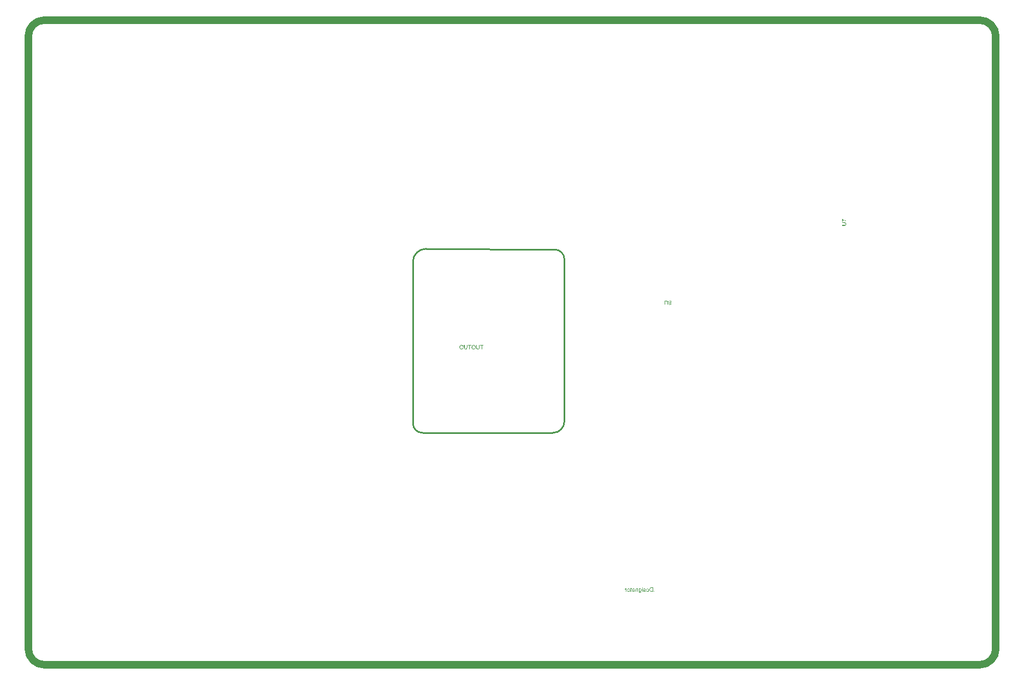
<source format=gm1>
G04*
G04 #@! TF.GenerationSoftware,Altium Limited,Altium Designer,24.6.1 (21)*
G04*
G04 Layer_Color=16711935*
%FSLAX25Y25*%
%MOIN*%
G70*
G04*
G04 #@! TF.SameCoordinates,65BBE5AF-797C-4DEE-A542-627196F68B12*
G04*
G04*
G04 #@! TF.FilePolarity,Positive*
G04*
G01*
G75*
%ADD12C,0.01000*%
%ADD113C,0.04724*%
G36*
X478737Y151201D02*
X478424D01*
Y151561D01*
X478737D01*
Y151201D01*
D02*
G37*
G36*
X477352Y150888D02*
X477432Y150875D01*
X477505Y150855D01*
X477568Y150835D01*
X477622Y150812D01*
X477642Y150802D01*
X477658Y150792D01*
X477672Y150782D01*
X477682Y150778D01*
X477688Y150772D01*
X477692D01*
X477755Y150722D01*
X477811Y150665D01*
X477858Y150608D01*
X477898Y150552D01*
X477928Y150502D01*
X477941Y150482D01*
X477951Y150462D01*
X477958Y150445D01*
X477965Y150435D01*
X477968Y150429D01*
Y150425D01*
X478001Y150339D01*
X478025Y150255D01*
X478041Y150172D01*
X478051Y150096D01*
X478058Y150062D01*
Y150032D01*
X478061Y150006D01*
X478065Y149982D01*
Y149962D01*
Y149949D01*
Y149939D01*
Y149936D01*
X478061Y149866D01*
X478055Y149796D01*
X478045Y149733D01*
X478031Y149669D01*
X478015Y149609D01*
X477998Y149556D01*
X477978Y149506D01*
X477958Y149460D01*
X477941Y149420D01*
X477921Y149380D01*
X477905Y149350D01*
X477888Y149323D01*
X477875Y149300D01*
X477865Y149286D01*
X477858Y149276D01*
X477855Y149273D01*
X477815Y149226D01*
X477768Y149183D01*
X477722Y149146D01*
X477675Y149117D01*
X477625Y149090D01*
X477575Y149067D01*
X477525Y149050D01*
X477479Y149033D01*
X477435Y149023D01*
X477395Y149013D01*
X477359Y149010D01*
X477325Y149003D01*
X477299D01*
X477279Y149000D01*
X477262D01*
X477206Y149003D01*
X477152Y149010D01*
X477102Y149023D01*
X477052Y149037D01*
X476966Y149077D01*
X476926Y149100D01*
X476889Y149123D01*
X476859Y149143D01*
X476829Y149167D01*
X476806Y149187D01*
X476786Y149206D01*
X476769Y149220D01*
X476759Y149233D01*
X476753Y149240D01*
X476749Y149243D01*
Y149190D01*
Y149140D01*
Y149093D01*
X476753Y149053D01*
Y149017D01*
X476756Y148983D01*
Y148953D01*
X476759Y148930D01*
X476763Y148907D01*
Y148890D01*
X476769Y148863D01*
X476773Y148847D01*
Y148844D01*
X476789Y148787D01*
X476816Y148740D01*
X476839Y148697D01*
X476866Y148664D01*
X476893Y148637D01*
X476912Y148617D01*
X476926Y148604D01*
X476932Y148600D01*
X476982Y148570D01*
X477036Y148547D01*
X477092Y148534D01*
X477145Y148521D01*
X477196Y148514D01*
X477232Y148511D01*
X477269D01*
X477342Y148514D01*
X477405Y148524D01*
X477459Y148540D01*
X477505Y148557D01*
X477542Y148570D01*
X477568Y148587D01*
X477582Y148597D01*
X477588Y148600D01*
X477618Y148627D01*
X477642Y148660D01*
X477662Y148694D01*
X477675Y148730D01*
X477685Y148760D01*
X477692Y148784D01*
X477695Y148800D01*
Y148807D01*
X478001Y148850D01*
Y148797D01*
X477995Y148744D01*
X477985Y148697D01*
X477975Y148654D01*
X477958Y148614D01*
X477941Y148577D01*
X477925Y148544D01*
X477905Y148514D01*
X477888Y148487D01*
X477868Y148464D01*
X477851Y148444D01*
X477835Y148427D01*
X477825Y148417D01*
X477815Y148407D01*
X477808Y148404D01*
X477805Y148401D01*
X477765Y148374D01*
X477722Y148351D01*
X477635Y148314D01*
X477545Y148287D01*
X477459Y148271D01*
X477419Y148264D01*
X477385Y148257D01*
X477352Y148254D01*
X477322D01*
X477302Y148251D01*
X477269D01*
X477169Y148254D01*
X477076Y148267D01*
X476996Y148284D01*
X476929Y148304D01*
X476899Y148314D01*
X476872Y148324D01*
X476853Y148334D01*
X476832Y148341D01*
X476819Y148347D01*
X476809Y148354D01*
X476802Y148357D01*
X476799D01*
X476733Y148401D01*
X476673Y148447D01*
X476626Y148494D01*
X476586Y148540D01*
X476556Y148580D01*
X476536Y148614D01*
X476530Y148627D01*
X476523Y148637D01*
X476519Y148640D01*
Y148644D01*
X476503Y148680D01*
X476489Y148720D01*
X476476Y148767D01*
X476466Y148813D01*
X476453Y148917D01*
X476440Y149017D01*
X476436Y149063D01*
X476433Y149107D01*
Y149146D01*
X476430Y149183D01*
Y149213D01*
Y149233D01*
Y149250D01*
Y149253D01*
Y150855D01*
X476719D01*
Y150625D01*
X476759Y150672D01*
X476802Y150715D01*
X476849Y150752D01*
X476893Y150782D01*
X476939Y150808D01*
X476986Y150828D01*
X477029Y150848D01*
X477069Y150862D01*
X477109Y150872D01*
X477145Y150881D01*
X477179Y150888D01*
X477206Y150891D01*
X477229D01*
X477249Y150895D01*
X477262D01*
X477352Y150888D01*
D02*
G37*
G36*
X473269Y150891D02*
X473349Y150885D01*
X473423Y150875D01*
X473483Y150862D01*
X473536Y150848D01*
X473556Y150845D01*
X473572Y150838D01*
X473586Y150835D01*
X473596Y150831D01*
X473602Y150828D01*
X473606D01*
X473669Y150802D01*
X473726Y150772D01*
X473772Y150742D01*
X473812Y150712D01*
X473842Y150682D01*
X473866Y150662D01*
X473879Y150648D01*
X473882Y150642D01*
X473915Y150595D01*
X473945Y150542D01*
X473969Y150488D01*
X473985Y150439D01*
X474002Y150395D01*
X474012Y150359D01*
X474015Y150345D01*
Y150335D01*
X474019Y150329D01*
Y150325D01*
X473712Y150282D01*
X473692Y150349D01*
X473666Y150409D01*
X473642Y150455D01*
X473616Y150492D01*
X473596Y150522D01*
X473576Y150542D01*
X473562Y150552D01*
X473559Y150555D01*
X473516Y150582D01*
X473463Y150602D01*
X473409Y150615D01*
X473353Y150625D01*
X473306Y150632D01*
X473266Y150635D01*
X473229D01*
X473146Y150632D01*
X473073Y150618D01*
X473013Y150602D01*
X472960Y150582D01*
X472920Y150562D01*
X472893Y150545D01*
X472877Y150532D01*
X472870Y150529D01*
X472840Y150495D01*
X472817Y150452D01*
X472803Y150409D01*
X472790Y150362D01*
X472783Y150322D01*
X472780Y150285D01*
Y150275D01*
Y150265D01*
Y150259D01*
Y150255D01*
Y150249D01*
Y150235D01*
Y150209D01*
X472783Y150196D01*
Y150186D01*
Y150179D01*
Y150175D01*
X472820Y150165D01*
X472860Y150152D01*
X472946Y150132D01*
X473040Y150112D01*
X473130Y150096D01*
X473173Y150089D01*
X473213Y150082D01*
X473249Y150079D01*
X473279Y150076D01*
X473306Y150069D01*
X473326D01*
X473339Y150066D01*
X473343D01*
X473409Y150056D01*
X473466Y150049D01*
X473513Y150042D01*
X473553Y150032D01*
X473582Y150029D01*
X473606Y150022D01*
X473619Y150019D01*
X473622D01*
X473669Y150006D01*
X473712Y149989D01*
X473749Y149972D01*
X473782Y149956D01*
X473809Y149939D01*
X473832Y149926D01*
X473845Y149919D01*
X473849Y149916D01*
X473885Y149889D01*
X473915Y149859D01*
X473945Y149829D01*
X473969Y149802D01*
X473985Y149776D01*
X474002Y149756D01*
X474009Y149743D01*
X474012Y149736D01*
X474032Y149693D01*
X474045Y149649D01*
X474059Y149606D01*
X474065Y149569D01*
X474069Y149536D01*
X474072Y149510D01*
Y149493D01*
Y149486D01*
X474069Y149443D01*
X474065Y149403D01*
X474045Y149330D01*
X474019Y149266D01*
X473989Y149210D01*
X473959Y149167D01*
X473935Y149133D01*
X473915Y149113D01*
X473912Y149110D01*
X473909Y149107D01*
X473876Y149080D01*
X473842Y149060D01*
X473766Y149023D01*
X473689Y148997D01*
X473612Y148980D01*
X473546Y148967D01*
X473516Y148963D01*
X473489D01*
X473469Y148960D01*
X473439D01*
X473373Y148963D01*
X473309Y148970D01*
X473249Y148980D01*
X473200Y148990D01*
X473156Y149000D01*
X473123Y149010D01*
X473113Y149013D01*
X473103Y149017D01*
X473100Y149020D01*
X473096D01*
X473036Y149047D01*
X472973Y149080D01*
X472916Y149117D01*
X472866Y149150D01*
X472820Y149183D01*
X472787Y149210D01*
X472773Y149220D01*
X472763Y149226D01*
X472760Y149233D01*
X472757D01*
X472750Y149183D01*
X472740Y149140D01*
X472733Y149100D01*
X472720Y149067D01*
X472713Y149037D01*
X472703Y149017D01*
X472700Y149003D01*
X472697Y149000D01*
X472367D01*
X472387Y149040D01*
X472404Y149080D01*
X472417Y149117D01*
X472430Y149153D01*
X472437Y149180D01*
X472444Y149203D01*
X472447Y149216D01*
Y149223D01*
X472450Y149250D01*
X472454Y149280D01*
Y149316D01*
X472457Y149360D01*
X472460Y149450D01*
Y149543D01*
X472464Y149589D01*
Y149633D01*
Y149673D01*
Y149706D01*
Y149736D01*
Y149756D01*
Y149773D01*
Y149776D01*
Y150196D01*
Y150269D01*
X472467Y150329D01*
X472470Y150379D01*
Y150419D01*
X472473Y150449D01*
X472477Y150469D01*
X472480Y150482D01*
Y150485D01*
X472494Y150532D01*
X472507Y150572D01*
X472523Y150608D01*
X472540Y150638D01*
X472557Y150662D01*
X472570Y150682D01*
X472577Y150692D01*
X472580Y150695D01*
X472610Y150725D01*
X472643Y150755D01*
X472680Y150778D01*
X472717Y150798D01*
X472750Y150815D01*
X472777Y150828D01*
X472793Y150835D01*
X472797Y150838D01*
X472800D01*
X472860Y150858D01*
X472920Y150872D01*
X472986Y150881D01*
X473046Y150888D01*
X473100Y150891D01*
X473123Y150895D01*
X473183D01*
X473269Y150891D01*
D02*
G37*
G36*
X471924Y151311D02*
Y150855D01*
X472157D01*
Y150612D01*
X471924D01*
Y149543D01*
Y149493D01*
X471921Y149446D01*
Y149403D01*
X471917Y149366D01*
X471914Y149330D01*
X471911Y149300D01*
X471907Y149273D01*
X471904Y149250D01*
X471898Y149213D01*
X471894Y149190D01*
X471887Y149173D01*
Y149170D01*
X471871Y149140D01*
X471851Y149113D01*
X471828Y149087D01*
X471804Y149067D01*
X471784Y149050D01*
X471771Y149040D01*
X471758Y149033D01*
X471754Y149030D01*
X471718Y149013D01*
X471674Y149000D01*
X471631Y148990D01*
X471588Y148983D01*
X471551Y148980D01*
X471518Y148977D01*
X471491D01*
X471408Y148980D01*
X471368Y148987D01*
X471331Y148990D01*
X471298Y148997D01*
X471275Y149000D01*
X471258Y149003D01*
X471251D01*
X471295Y149280D01*
X471325Y149276D01*
X471351Y149273D01*
X471378D01*
X471398Y149270D01*
X471435D01*
X471481Y149273D01*
X471515Y149280D01*
X471528Y149283D01*
X471538Y149286D01*
X471541Y149290D01*
X471545D01*
X471568Y149310D01*
X471584Y149330D01*
X471594Y149343D01*
X471598Y149350D01*
X471601Y149370D01*
X471604Y149393D01*
X471608Y149423D01*
Y149453D01*
X471611Y149479D01*
Y149503D01*
Y149520D01*
Y149526D01*
Y150612D01*
X471295D01*
Y150855D01*
X471611D01*
Y151501D01*
X471924Y151311D01*
D02*
G37*
G36*
X481827Y150891D02*
X481894Y150885D01*
X481957Y150872D01*
X482017Y150855D01*
X482071Y150835D01*
X482124Y150812D01*
X482170Y150788D01*
X482214Y150765D01*
X482250Y150742D01*
X482284Y150718D01*
X482314Y150695D01*
X482337Y150675D01*
X482357Y150658D01*
X482370Y150645D01*
X482377Y150638D01*
X482380Y150635D01*
X482424Y150585D01*
X482460Y150532D01*
X482490Y150472D01*
X482520Y150412D01*
X482544Y150352D01*
X482560Y150292D01*
X482577Y150232D01*
X482590Y150175D01*
X482600Y150122D01*
X482607Y150072D01*
X482613Y150026D01*
X482617Y149986D01*
Y149956D01*
X482620Y149929D01*
Y149916D01*
Y149909D01*
X482617Y149826D01*
X482610Y149749D01*
X482597Y149679D01*
X482583Y149609D01*
X482567Y149549D01*
X482547Y149489D01*
X482523Y149440D01*
X482500Y149390D01*
X482480Y149350D01*
X482457Y149313D01*
X482437Y149283D01*
X482420Y149256D01*
X482407Y149236D01*
X482394Y149223D01*
X482387Y149213D01*
X482384Y149210D01*
X482337Y149167D01*
X482287Y149127D01*
X482234Y149093D01*
X482181Y149067D01*
X482127Y149040D01*
X482074Y149020D01*
X482021Y149003D01*
X481971Y148990D01*
X481924Y148980D01*
X481878Y148973D01*
X481838Y148967D01*
X481804Y148963D01*
X481778D01*
X481754Y148960D01*
X481738D01*
X481678Y148963D01*
X481621Y148967D01*
X481518Y148983D01*
X481471Y148997D01*
X481428Y149010D01*
X481388Y149023D01*
X481351Y149040D01*
X481318Y149053D01*
X481291Y149067D01*
X481265Y149080D01*
X481245Y149093D01*
X481228Y149103D01*
X481218Y149110D01*
X481212Y149117D01*
X481208D01*
X481138Y149180D01*
X481078Y149253D01*
X481028Y149326D01*
X480988Y149396D01*
X480962Y149460D01*
X480948Y149489D01*
X480942Y149513D01*
X480932Y149533D01*
X480928Y149546D01*
X480925Y149556D01*
Y149559D01*
X481251Y149603D01*
X481278Y149533D01*
X481311Y149473D01*
X481345Y149420D01*
X481375Y149380D01*
X481401Y149350D01*
X481425Y149326D01*
X481438Y149313D01*
X481445Y149310D01*
X481491Y149280D01*
X481541Y149256D01*
X481591Y149243D01*
X481634Y149230D01*
X481678Y149223D01*
X481708Y149220D01*
X481738D01*
X481781Y149223D01*
X481821Y149226D01*
X481897Y149246D01*
X481964Y149270D01*
X482021Y149300D01*
X482064Y149330D01*
X482101Y149356D01*
X482111Y149366D01*
X482121Y149373D01*
X482124Y149376D01*
X482127Y149380D01*
X482154Y149413D01*
X482177Y149446D01*
X482217Y149520D01*
X482247Y149596D01*
X482270Y149673D01*
X482284Y149739D01*
X482287Y149769D01*
X482290Y149796D01*
X482294Y149816D01*
X482297Y149832D01*
Y149843D01*
Y149846D01*
X480915D01*
X480912Y149882D01*
Y149909D01*
Y149922D01*
Y149929D01*
X480915Y150012D01*
X480922Y150092D01*
X480935Y150165D01*
X480948Y150235D01*
X480965Y150299D01*
X480985Y150355D01*
X481008Y150409D01*
X481028Y150459D01*
X481052Y150502D01*
X481075Y150539D01*
X481095Y150568D01*
X481112Y150595D01*
X481125Y150615D01*
X481138Y150628D01*
X481145Y150638D01*
X481148Y150642D01*
X481195Y150685D01*
X481241Y150725D01*
X481291Y150758D01*
X481345Y150788D01*
X481395Y150812D01*
X481445Y150831D01*
X481495Y150852D01*
X481541Y150865D01*
X481584Y150875D01*
X481628Y150881D01*
X481664Y150888D01*
X481694Y150891D01*
X481721Y150895D01*
X481758D01*
X481827Y150891D01*
D02*
G37*
G36*
X486000Y149000D02*
X485640D01*
Y149360D01*
X486000D01*
Y149000D01*
D02*
G37*
G36*
X485058D02*
X484135D01*
X484052Y149003D01*
X483972Y149007D01*
X483902Y149013D01*
X483842Y149023D01*
X483792Y149030D01*
X483772Y149033D01*
X483756Y149037D01*
X483742Y149040D01*
X483732D01*
X483729Y149043D01*
X483726D01*
X483662Y149060D01*
X483602Y149080D01*
X483549Y149103D01*
X483506Y149123D01*
X483469Y149140D01*
X483443Y149156D01*
X483426Y149167D01*
X483419Y149170D01*
X483373Y149206D01*
X483326Y149243D01*
X483286Y149283D01*
X483253Y149320D01*
X483223Y149353D01*
X483203Y149380D01*
X483186Y149396D01*
X483183Y149403D01*
X483146Y149460D01*
X483110Y149523D01*
X483080Y149586D01*
X483056Y149646D01*
X483036Y149696D01*
X483030Y149719D01*
X483023Y149739D01*
X483016Y149753D01*
X483013Y149766D01*
X483010Y149773D01*
Y149776D01*
X482986Y149863D01*
X482970Y149952D01*
X482956Y150039D01*
X482950Y150119D01*
X482946Y150155D01*
X482943Y150189D01*
Y150219D01*
X482940Y150242D01*
Y150265D01*
Y150279D01*
Y150289D01*
Y150292D01*
X482943Y150415D01*
X482956Y150532D01*
X482963Y150585D01*
X482973Y150635D01*
X482983Y150682D01*
X482990Y150725D01*
X483000Y150765D01*
X483010Y150798D01*
X483020Y150828D01*
X483026Y150855D01*
X483033Y150875D01*
X483040Y150888D01*
X483043Y150898D01*
Y150901D01*
X483083Y150998D01*
X483133Y151081D01*
X483183Y151158D01*
X483233Y151221D01*
X483256Y151248D01*
X483276Y151271D01*
X483296Y151291D01*
X483313Y151308D01*
X483326Y151321D01*
X483336Y151331D01*
X483343Y151334D01*
X483346Y151338D01*
X483406Y151384D01*
X483469Y151424D01*
X483532Y151454D01*
X483592Y151481D01*
X483642Y151497D01*
X483666Y151504D01*
X483686Y151511D01*
X483699Y151514D01*
X483712Y151517D01*
X483719Y151521D01*
X483722D01*
X483785Y151534D01*
X483859Y151544D01*
X483935Y151551D01*
X484009Y151557D01*
X484072D01*
X484102Y151561D01*
X485058D01*
Y149000D01*
D02*
G37*
G36*
X478737D02*
X478424D01*
Y150855D01*
X478737D01*
Y149000D01*
D02*
G37*
G36*
X475154Y150891D02*
X475221Y150881D01*
X475281Y150868D01*
X475337Y150848D01*
X475391Y150825D01*
X475437Y150798D01*
X475481Y150772D01*
X475521Y150742D01*
X475557Y150712D01*
X475587Y150685D01*
X475610Y150658D01*
X475634Y150635D01*
X475650Y150618D01*
X475660Y150602D01*
X475667Y150592D01*
X475670Y150588D01*
Y150855D01*
X475953D01*
Y149000D01*
X475640D01*
Y150009D01*
X475637Y150072D01*
X475634Y150132D01*
X475627Y150186D01*
X475617Y150235D01*
X475607Y150279D01*
X475594Y150319D01*
X475580Y150352D01*
X475567Y150385D01*
X475554Y150412D01*
X475544Y150432D01*
X475530Y150452D01*
X475521Y150465D01*
X475511Y150478D01*
X475504Y150485D01*
X475497Y150492D01*
X475441Y150535D01*
X475381Y150568D01*
X475321Y150592D01*
X475267Y150605D01*
X475221Y150615D01*
X475181Y150618D01*
X475168Y150622D01*
X475147D01*
X475104Y150618D01*
X475061Y150612D01*
X475024Y150602D01*
X474994Y150592D01*
X474968Y150582D01*
X474948Y150572D01*
X474934Y150565D01*
X474931Y150562D01*
X474898Y150539D01*
X474871Y150515D01*
X474848Y150488D01*
X474831Y150465D01*
X474818Y150442D01*
X474808Y150425D01*
X474801Y150412D01*
Y150409D01*
X474788Y150369D01*
X474778Y150325D01*
X474771Y150279D01*
X474765Y150232D01*
Y150192D01*
X474761Y150155D01*
Y150142D01*
Y150136D01*
Y150129D01*
Y150126D01*
Y149000D01*
X474448D01*
Y150139D01*
Y150215D01*
X474452Y150279D01*
X474455Y150329D01*
X474458Y150372D01*
X474462Y150402D01*
X474465Y150425D01*
X474468Y150439D01*
Y150442D01*
X474481Y150492D01*
X474495Y150535D01*
X474511Y150575D01*
X474525Y150608D01*
X474542Y150638D01*
X474555Y150658D01*
X474561Y150672D01*
X474565Y150675D01*
X474595Y150708D01*
X474628Y150742D01*
X474661Y150768D01*
X474695Y150788D01*
X474728Y150808D01*
X474751Y150821D01*
X474768Y150828D01*
X474775Y150831D01*
X474828Y150852D01*
X474881Y150868D01*
X474934Y150878D01*
X474981Y150888D01*
X475024Y150891D01*
X475054Y150895D01*
X475084D01*
X475154Y150891D01*
D02*
G37*
G36*
X468358D02*
X468394Y150885D01*
X468431Y150875D01*
X468461Y150865D01*
X468484Y150852D01*
X468504Y150841D01*
X468517Y150835D01*
X468521Y150831D01*
X468554Y150802D01*
X468591Y150765D01*
X468624Y150722D01*
X468654Y150675D01*
X468677Y150635D01*
X468701Y150602D01*
X468707Y150588D01*
X468714Y150578D01*
X468717Y150572D01*
Y150855D01*
X469000D01*
Y149000D01*
X468687D01*
Y149966D01*
X468684Y150039D01*
X468681Y150109D01*
X468671Y150169D01*
X468661Y150225D01*
X468654Y150269D01*
X468644Y150302D01*
X468641Y150315D01*
Y150325D01*
X468637Y150329D01*
Y150332D01*
X468621Y150372D01*
X468604Y150405D01*
X468584Y150435D01*
X468564Y150459D01*
X468547Y150478D01*
X468534Y150495D01*
X468524Y150502D01*
X468521Y150505D01*
X468488Y150525D01*
X468458Y150542D01*
X468424Y150552D01*
X468398Y150562D01*
X468371Y150565D01*
X468351Y150568D01*
X468334D01*
X468291Y150565D01*
X468248Y150558D01*
X468208Y150549D01*
X468175Y150535D01*
X468145Y150522D01*
X468121Y150512D01*
X468108Y150505D01*
X468101Y150502D01*
X467991Y150792D01*
X468055Y150825D01*
X468111Y150852D01*
X468168Y150868D01*
X468218Y150881D01*
X468258Y150888D01*
X468291Y150895D01*
X468318D01*
X468358Y150891D01*
D02*
G37*
G36*
X480019Y150888D02*
X480066Y150881D01*
X480106Y150875D01*
X480142Y150868D01*
X480166Y150862D01*
X480183Y150858D01*
X480189Y150855D01*
X480232Y150841D01*
X480272Y150825D01*
X480309Y150812D01*
X480336Y150795D01*
X480359Y150785D01*
X480376Y150775D01*
X480386Y150768D01*
X480389Y150765D01*
X480422Y150738D01*
X480452Y150708D01*
X480479Y150678D01*
X480502Y150652D01*
X480519Y150625D01*
X480532Y150605D01*
X480539Y150592D01*
X480542Y150588D01*
X480562Y150549D01*
X480575Y150508D01*
X480585Y150469D01*
X480592Y150435D01*
X480595Y150402D01*
X480599Y150379D01*
Y150365D01*
Y150359D01*
X480595Y150309D01*
X480589Y150262D01*
X480579Y150219D01*
X480565Y150182D01*
X480552Y150152D01*
X480542Y150129D01*
X480536Y150116D01*
X480532Y150109D01*
X480502Y150069D01*
X480472Y150036D01*
X480436Y150006D01*
X480406Y149982D01*
X480376Y149962D01*
X480352Y149949D01*
X480336Y149939D01*
X480329Y149936D01*
X480302Y149922D01*
X480269Y149912D01*
X480236Y149899D01*
X480199Y149886D01*
X480119Y149859D01*
X480039Y149836D01*
X479966Y149816D01*
X479933Y149806D01*
X479906Y149799D01*
X479883Y149793D01*
X479866Y149786D01*
X479853Y149783D01*
X479849D01*
X479803Y149773D01*
X479763Y149759D01*
X479723Y149749D01*
X479690Y149739D01*
X479660Y149729D01*
X479633Y149723D01*
X479613Y149716D01*
X479593Y149706D01*
X479560Y149696D01*
X479540Y149686D01*
X479530Y149683D01*
X479527Y149679D01*
X479496Y149653D01*
X479473Y149626D01*
X479457Y149599D01*
X479443Y149573D01*
X479437Y149549D01*
X479433Y149530D01*
Y149516D01*
Y149513D01*
X479437Y149469D01*
X479450Y149430D01*
X479466Y149396D01*
X479487Y149366D01*
X479506Y149340D01*
X479523Y149323D01*
X479536Y149310D01*
X479540Y149306D01*
X479583Y149276D01*
X479636Y149256D01*
X479690Y149240D01*
X479740Y149230D01*
X479789Y149223D01*
X479826Y149220D01*
X479863D01*
X479939Y149223D01*
X480006Y149236D01*
X480063Y149250D01*
X480113Y149270D01*
X480149Y149286D01*
X480176Y149303D01*
X480193Y149313D01*
X480199Y149316D01*
X480239Y149356D01*
X480272Y149403D01*
X480296Y149450D01*
X480316Y149496D01*
X480329Y149539D01*
X480336Y149573D01*
X480339Y149586D01*
X480342Y149596D01*
Y149599D01*
Y149603D01*
X480652Y149553D01*
X480642Y149499D01*
X480629Y149450D01*
X480612Y149403D01*
X480592Y149360D01*
X480575Y149320D01*
X480555Y149283D01*
X480532Y149250D01*
X480512Y149220D01*
X480492Y149193D01*
X480476Y149170D01*
X480459Y149150D01*
X480442Y149133D01*
X480429Y149123D01*
X480419Y149113D01*
X480416Y149110D01*
X480412Y149107D01*
X480376Y149080D01*
X480332Y149060D01*
X480246Y149023D01*
X480153Y148997D01*
X480066Y148980D01*
X480023Y148973D01*
X479983Y148967D01*
X479949Y148963D01*
X479919D01*
X479893Y148960D01*
X479859D01*
X479780Y148963D01*
X479706Y148970D01*
X479640Y148983D01*
X479583Y148997D01*
X479536Y149010D01*
X479500Y149023D01*
X479487Y149027D01*
X479476Y149030D01*
X479473Y149033D01*
X479470D01*
X479410Y149063D01*
X479357Y149100D01*
X479310Y149133D01*
X479270Y149170D01*
X479243Y149200D01*
X479220Y149223D01*
X479207Y149240D01*
X479204Y149246D01*
X479174Y149300D01*
X479150Y149353D01*
X479134Y149403D01*
X479120Y149450D01*
X479114Y149489D01*
X479110Y149520D01*
Y149539D01*
Y149543D01*
Y149546D01*
X479114Y149603D01*
X479123Y149656D01*
X479134Y149699D01*
X479147Y149739D01*
X479164Y149769D01*
X479174Y149793D01*
X479183Y149809D01*
X479187Y149812D01*
X479217Y149853D01*
X479253Y149886D01*
X479287Y149912D01*
X479320Y149936D01*
X479350Y149956D01*
X479373Y149969D01*
X479390Y149976D01*
X479397Y149979D01*
X479423Y149989D01*
X479453Y150002D01*
X479523Y150026D01*
X479600Y150049D01*
X479676Y150072D01*
X479746Y150092D01*
X479780Y150099D01*
X479806Y150109D01*
X479826Y150116D01*
X479846Y150119D01*
X479856Y150122D01*
X479859D01*
X479899Y150132D01*
X479936Y150145D01*
X479969Y150152D01*
X479999Y150162D01*
X480026Y150169D01*
X480049Y150175D01*
X480086Y150186D01*
X480113Y150192D01*
X480129Y150199D01*
X480136Y150202D01*
X480139D01*
X480166Y150215D01*
X480193Y150229D01*
X480212Y150242D01*
X480229Y150255D01*
X480242Y150269D01*
X480252Y150279D01*
X480256Y150282D01*
X480259Y150285D01*
X480272Y150305D01*
X480279Y150325D01*
X480292Y150359D01*
Y150375D01*
X480296Y150385D01*
Y150392D01*
Y150395D01*
X480292Y150432D01*
X480282Y150462D01*
X480266Y150492D01*
X480249Y150515D01*
X480236Y150535D01*
X480219Y150549D01*
X480209Y150558D01*
X480206Y150562D01*
X480166Y150585D01*
X480119Y150605D01*
X480066Y150618D01*
X480016Y150625D01*
X479969Y150632D01*
X479933Y150635D01*
X479896D01*
X479830Y150632D01*
X479773Y150622D01*
X479723Y150608D01*
X479683Y150595D01*
X479650Y150578D01*
X479630Y150565D01*
X479613Y150555D01*
X479610Y150552D01*
X479576Y150519D01*
X479550Y150485D01*
X479527Y150449D01*
X479510Y150412D01*
X479500Y150382D01*
X479493Y150355D01*
X479487Y150339D01*
Y150332D01*
X479180Y150375D01*
X479193Y150439D01*
X479210Y150495D01*
X479227Y150542D01*
X479247Y150582D01*
X479263Y150615D01*
X479277Y150638D01*
X479287Y150655D01*
X479290Y150658D01*
X479323Y150698D01*
X479363Y150732D01*
X479403Y150762D01*
X479443Y150785D01*
X479480Y150805D01*
X479510Y150821D01*
X479530Y150828D01*
X479533Y150831D01*
X479536D01*
X479600Y150852D01*
X479663Y150868D01*
X479730Y150878D01*
X479786Y150888D01*
X479840Y150891D01*
X479859D01*
X479880Y150895D01*
X479969D01*
X480019Y150888D01*
D02*
G37*
G36*
X470299Y150891D02*
X470359Y150885D01*
X470416Y150875D01*
X470472Y150862D01*
X470522Y150848D01*
X470572Y150828D01*
X470615Y150812D01*
X470655Y150792D01*
X470692Y150772D01*
X470725Y150755D01*
X470752Y150735D01*
X470775Y150722D01*
X470795Y150708D01*
X470809Y150698D01*
X470815Y150692D01*
X470819Y150688D01*
X470868Y150638D01*
X470912Y150585D01*
X470948Y150525D01*
X470982Y150465D01*
X471008Y150402D01*
X471032Y150339D01*
X471052Y150275D01*
X471065Y150212D01*
X471078Y150155D01*
X471085Y150102D01*
X471092Y150052D01*
X471098Y150009D01*
Y149976D01*
X471102Y149949D01*
Y149932D01*
Y149926D01*
X471098Y149839D01*
X471092Y149759D01*
X471078Y149686D01*
X471065Y149616D01*
X471045Y149549D01*
X471025Y149493D01*
X471005Y149440D01*
X470982Y149390D01*
X470958Y149346D01*
X470938Y149310D01*
X470918Y149280D01*
X470898Y149253D01*
X470885Y149233D01*
X470872Y149220D01*
X470865Y149210D01*
X470862Y149206D01*
X470815Y149163D01*
X470765Y149127D01*
X470715Y149093D01*
X470662Y149063D01*
X470609Y149040D01*
X470559Y149020D01*
X470509Y149003D01*
X470459Y148990D01*
X470412Y148980D01*
X470369Y148973D01*
X470332Y148967D01*
X470299Y148963D01*
X470272D01*
X470252Y148960D01*
X470236D01*
X470146Y148963D01*
X470063Y148977D01*
X469986Y148997D01*
X469923Y149017D01*
X469866Y149037D01*
X469843Y149047D01*
X469826Y149057D01*
X469809Y149063D01*
X469800Y149070D01*
X469793Y149073D01*
X469790D01*
X469716Y149120D01*
X469653Y149170D01*
X469600Y149223D01*
X469557Y149273D01*
X469520Y149320D01*
X469496Y149356D01*
X469487Y149370D01*
X469480Y149380D01*
X469477Y149386D01*
Y149390D01*
X469457Y149430D01*
X469440Y149473D01*
X469413Y149566D01*
X469393Y149659D01*
X469380Y149749D01*
X469377Y149789D01*
X469373Y149829D01*
X469370Y149863D01*
X469367Y149892D01*
Y149919D01*
Y149936D01*
Y149949D01*
Y149952D01*
X469370Y150032D01*
X469377Y150109D01*
X469390Y150179D01*
X469403Y150245D01*
X469423Y150309D01*
X469443Y150365D01*
X469467Y150415D01*
X469487Y150462D01*
X469510Y150502D01*
X469533Y150539D01*
X469553Y150572D01*
X469573Y150595D01*
X469586Y150615D01*
X469600Y150632D01*
X469606Y150638D01*
X469610Y150642D01*
X469656Y150685D01*
X469706Y150725D01*
X469756Y150758D01*
X469809Y150788D01*
X469863Y150812D01*
X469916Y150831D01*
X469966Y150852D01*
X470013Y150865D01*
X470059Y150875D01*
X470103Y150881D01*
X470139Y150888D01*
X470173Y150891D01*
X470199Y150895D01*
X470236D01*
X470299Y150891D01*
D02*
G37*
G36*
X600722Y376626D02*
X600732Y376619D01*
X600746Y376606D01*
X600766Y376586D01*
X600792Y376566D01*
X600826Y376539D01*
X600862Y376509D01*
X600902Y376476D01*
X600949Y376439D01*
X601002Y376403D01*
X601059Y376363D01*
X601122Y376320D01*
X601185Y376276D01*
X601258Y376233D01*
X601332Y376190D01*
X601412Y376143D01*
X601415Y376140D01*
X601432Y376133D01*
X601455Y376120D01*
X601485Y376103D01*
X601525Y376083D01*
X601571Y376063D01*
X601625Y376037D01*
X601685Y376010D01*
X601748Y375980D01*
X601818Y375950D01*
X601891Y375920D01*
X601968Y375890D01*
X602128Y375830D01*
X602297Y375777D01*
X602301D01*
X602311Y375773D01*
X602331Y375767D01*
X602354Y375760D01*
X602384Y375753D01*
X602421Y375743D01*
X602460Y375737D01*
X602507Y375727D01*
X602557Y375717D01*
X602610Y375704D01*
X602670Y375693D01*
X602730Y375687D01*
X602860Y375670D01*
X603000Y375657D01*
Y375334D01*
X602997D01*
X602987D01*
X602970D01*
X602947Y375337D01*
X602917D01*
X602883Y375341D01*
X602844Y375344D01*
X602797Y375350D01*
X602747Y375357D01*
X602690Y375364D01*
X602630Y375374D01*
X602567Y375384D01*
X602500Y375397D01*
X602427Y375414D01*
X602354Y375430D01*
X602274Y375450D01*
X602267D01*
X602254Y375457D01*
X602231Y375464D01*
X602201Y375470D01*
X602161Y375484D01*
X602118Y375497D01*
X602068Y375514D01*
X602011Y375534D01*
X601948Y375554D01*
X601885Y375580D01*
X601745Y375634D01*
X601598Y375700D01*
X601448Y375773D01*
X601445Y375777D01*
X601432Y375783D01*
X601408Y375793D01*
X601382Y375810D01*
X601348Y375830D01*
X601308Y375853D01*
X601262Y375880D01*
X601215Y375910D01*
X601109Y375976D01*
X600995Y376053D01*
X600882Y376140D01*
X600776Y376226D01*
Y374974D01*
X600472D01*
Y376629D01*
X600719D01*
X600722Y376626D01*
D02*
G37*
G36*
X602018Y374511D02*
X602054D01*
X602098Y374508D01*
X602141Y374505D01*
X602241Y374491D01*
X602344Y374478D01*
X602444Y374455D01*
X602491Y374441D01*
X602534Y374425D01*
X602537D01*
X602544Y374421D01*
X602557Y374415D01*
X602570Y374408D01*
X602590Y374398D01*
X602614Y374385D01*
X602664Y374352D01*
X602724Y374308D01*
X602784Y374255D01*
X602847Y374188D01*
X602877Y374148D01*
X602903Y374108D01*
Y374105D01*
X602910Y374098D01*
X602917Y374085D01*
X602927Y374068D01*
X602937Y374045D01*
X602947Y374019D01*
X602960Y373985D01*
X602973Y373949D01*
X602987Y373909D01*
X603000Y373862D01*
X603010Y373815D01*
X603020Y373762D01*
X603030Y373706D01*
X603037Y373645D01*
X603040Y373579D01*
X603043Y373512D01*
Y373479D01*
X603040Y373452D01*
Y373422D01*
X603037Y373386D01*
X603033Y373346D01*
X603027Y373303D01*
X603013Y373209D01*
X602990Y373113D01*
X602960Y373013D01*
X602920Y372923D01*
Y372920D01*
X602913Y372913D01*
X602907Y372900D01*
X602897Y372886D01*
X602870Y372846D01*
X602830Y372796D01*
X602780Y372743D01*
X602717Y372690D01*
X602647Y372640D01*
X602564Y372597D01*
X602560D01*
X602554Y372593D01*
X602540Y372587D01*
X602521Y372583D01*
X602497Y372573D01*
X602467Y372567D01*
X602434Y372557D01*
X602394Y372550D01*
X602351Y372540D01*
X602304Y372530D01*
X602251Y372523D01*
X602194Y372517D01*
X602131Y372510D01*
X602064Y372503D01*
X601994Y372500D01*
X601921D01*
X600439D01*
Y372840D01*
X601918D01*
X601921D01*
X601931D01*
X601951D01*
X601971D01*
X602001Y372843D01*
X602031D01*
X602068Y372846D01*
X602104D01*
X602184Y372853D01*
X602267Y372866D01*
X602344Y372880D01*
X602377Y372890D01*
X602411Y372900D01*
X602414D01*
X602417Y372903D01*
X602437Y372913D01*
X602464Y372926D01*
X602500Y372950D01*
X602537Y372979D01*
X602580Y373016D01*
X602617Y373059D01*
X602654Y373113D01*
Y373116D01*
X602657Y373119D01*
X602667Y373139D01*
X602680Y373173D01*
X602694Y373216D01*
X602710Y373269D01*
X602724Y373333D01*
X602734Y373402D01*
X602737Y373482D01*
Y373519D01*
X602734Y373542D01*
X602730Y373572D01*
X602727Y373609D01*
X602724Y373649D01*
X602717Y373689D01*
X602697Y373775D01*
X602667Y373865D01*
X602647Y373905D01*
X602624Y373945D01*
X602600Y373982D01*
X602570Y374015D01*
X602567Y374019D01*
X602560Y374022D01*
X602551Y374028D01*
X602537Y374042D01*
X602517Y374052D01*
X602491Y374065D01*
X602460Y374082D01*
X602424Y374095D01*
X602384Y374112D01*
X602337Y374125D01*
X602284Y374138D01*
X602224Y374152D01*
X602157Y374162D01*
X602084Y374168D01*
X602004Y374172D01*
X601918Y374175D01*
X600439D01*
Y374515D01*
X601921D01*
X601924D01*
X601938D01*
X601958D01*
X601984D01*
X602018Y374511D01*
D02*
G37*
G36*
X493165Y326780D02*
X493232Y326777D01*
X493292Y326770D01*
X493349Y326760D01*
X493402Y326750D01*
X493449Y326740D01*
X493495Y326727D01*
X493535Y326713D01*
X493572Y326700D01*
X493605Y326687D01*
X493632Y326677D01*
X493655Y326667D01*
X493672Y326657D01*
X493685Y326650D01*
X493692Y326644D01*
X493695D01*
X493735Y326617D01*
X493775Y326587D01*
X493842Y326524D01*
X493895Y326464D01*
X493938Y326404D01*
X493971Y326354D01*
X493985Y326331D01*
X493995Y326311D01*
X494001Y326297D01*
X494008Y326284D01*
X494011Y326277D01*
Y326274D01*
X494028Y326231D01*
X494041Y326184D01*
X494065Y326084D01*
X494078Y325981D01*
X494091Y325881D01*
X494095Y325838D01*
X494098Y325794D01*
Y325758D01*
X494101Y325725D01*
Y325698D01*
Y325678D01*
Y325665D01*
Y325661D01*
Y324179D01*
X493762D01*
Y325658D01*
X493758Y325745D01*
X493755Y325824D01*
X493748Y325898D01*
X493738Y325964D01*
X493725Y326024D01*
X493712Y326078D01*
X493698Y326124D01*
X493682Y326164D01*
X493668Y326201D01*
X493652Y326231D01*
X493638Y326257D01*
X493628Y326277D01*
X493615Y326291D01*
X493608Y326301D01*
X493605Y326307D01*
X493602Y326311D01*
X493569Y326341D01*
X493532Y326364D01*
X493492Y326387D01*
X493452Y326407D01*
X493362Y326437D01*
X493275Y326457D01*
X493235Y326464D01*
X493195Y326467D01*
X493159Y326470D01*
X493129Y326474D01*
X493106Y326477D01*
X493069D01*
X492989Y326474D01*
X492919Y326464D01*
X492856Y326450D01*
X492803Y326434D01*
X492759Y326420D01*
X492726Y326407D01*
X492706Y326397D01*
X492703Y326394D01*
X492699D01*
X492646Y326357D01*
X492603Y326321D01*
X492566Y326277D01*
X492536Y326241D01*
X492513Y326204D01*
X492499Y326177D01*
X492489Y326157D01*
X492486Y326154D01*
Y326151D01*
X492476Y326117D01*
X492466Y326084D01*
X492453Y326008D01*
X492440Y325924D01*
X492433Y325844D01*
Y325808D01*
X492430Y325771D01*
Y325741D01*
X492426Y325711D01*
Y325691D01*
Y325671D01*
Y325661D01*
Y325658D01*
Y324179D01*
X492087D01*
Y325661D01*
Y325734D01*
X492090Y325804D01*
X492097Y325871D01*
X492103Y325934D01*
X492110Y325991D01*
X492117Y326044D01*
X492127Y326091D01*
X492137Y326134D01*
X492143Y326174D01*
X492153Y326207D01*
X492160Y326237D01*
X492170Y326261D01*
X492173Y326281D01*
X492180Y326294D01*
X492183Y326301D01*
Y326304D01*
X492227Y326387D01*
X492276Y326457D01*
X492330Y326520D01*
X492383Y326570D01*
X492433Y326610D01*
X492473Y326637D01*
X492486Y326647D01*
X492499Y326654D01*
X492506Y326660D01*
X492510D01*
X492599Y326700D01*
X492699Y326730D01*
X492796Y326753D01*
X492889Y326767D01*
X492932Y326774D01*
X492972Y326777D01*
X493009Y326780D01*
X493039D01*
X493066Y326783D01*
X493099D01*
X493165Y326780D01*
D02*
G37*
G36*
X495450D02*
X495513Y326774D01*
X495576Y326764D01*
X495633Y326747D01*
X495690Y326730D01*
X495740Y326713D01*
X495783Y326694D01*
X495826Y326670D01*
X495863Y326650D01*
X495896Y326630D01*
X495923Y326614D01*
X495946Y326594D01*
X495966Y326580D01*
X495979Y326570D01*
X495986Y326564D01*
X495989Y326560D01*
X496029Y326517D01*
X496066Y326474D01*
X496096Y326427D01*
X496126Y326380D01*
X496146Y326334D01*
X496166Y326287D01*
X496182Y326244D01*
X496193Y326201D01*
X496203Y326161D01*
X496209Y326127D01*
X496216Y326094D01*
X496219Y326064D01*
X496222Y326041D01*
Y326024D01*
Y326014D01*
Y326011D01*
X496216Y325924D01*
X496203Y325844D01*
X496182Y325775D01*
X496163Y325714D01*
X496139Y325668D01*
X496129Y325648D01*
X496119Y325631D01*
X496109Y325618D01*
X496106Y325608D01*
X496099Y325605D01*
Y325601D01*
X496049Y325541D01*
X495993Y325491D01*
X495933Y325448D01*
X495873Y325415D01*
X495820Y325388D01*
X495800Y325378D01*
X495780Y325368D01*
X495763Y325361D01*
X495750Y325358D01*
X495743Y325355D01*
X495740D01*
X495806Y325325D01*
X495863Y325292D01*
X495913Y325258D01*
X495953Y325225D01*
X495983Y325195D01*
X496006Y325172D01*
X496019Y325158D01*
X496023Y325152D01*
X496056Y325098D01*
X496079Y325045D01*
X496096Y324995D01*
X496106Y324945D01*
X496116Y324902D01*
X496119Y324869D01*
Y324855D01*
Y324845D01*
Y324842D01*
Y324839D01*
X496116Y324789D01*
X496109Y324739D01*
X496099Y324692D01*
X496086Y324646D01*
X496053Y324566D01*
X496016Y324496D01*
X495996Y324469D01*
X495979Y324443D01*
X495959Y324419D01*
X495946Y324399D01*
X495933Y324386D01*
X495923Y324376D01*
X495916Y324369D01*
X495913Y324366D01*
X495873Y324333D01*
X495833Y324299D01*
X495786Y324276D01*
X495743Y324253D01*
X495696Y324233D01*
X495653Y324216D01*
X495567Y324193D01*
X495527Y324186D01*
X495490Y324179D01*
X495457Y324176D01*
X495430Y324173D01*
X495407Y324169D01*
X495373D01*
X495313Y324173D01*
X495253Y324176D01*
X495200Y324186D01*
X495150Y324199D01*
X495104Y324213D01*
X495057Y324229D01*
X495017Y324249D01*
X494984Y324266D01*
X494950Y324283D01*
X494920Y324303D01*
X494897Y324319D01*
X494877Y324333D01*
X494861Y324346D01*
X494850Y324353D01*
X494844Y324359D01*
X494840Y324362D01*
X494804Y324399D01*
X494774Y324436D01*
X494747Y324476D01*
X494724Y324516D01*
X494707Y324556D01*
X494691Y324596D01*
X494667Y324669D01*
X494651Y324732D01*
X494647Y324762D01*
X494644Y324785D01*
X494641Y324805D01*
Y324819D01*
Y324829D01*
Y324832D01*
X494644Y324899D01*
X494654Y324959D01*
X494671Y325012D01*
X494687Y325059D01*
X494704Y325095D01*
X494721Y325125D01*
X494731Y325142D01*
X494734Y325148D01*
X494774Y325195D01*
X494817Y325238D01*
X494867Y325272D01*
X494914Y325302D01*
X494957Y325325D01*
X494990Y325342D01*
X495004Y325348D01*
X495014Y325352D01*
X495020Y325355D01*
X495024D01*
X494940Y325381D01*
X494871Y325415D01*
X494807Y325455D01*
X494757Y325491D01*
X494717Y325528D01*
X494687Y325558D01*
X494671Y325578D01*
X494664Y325581D01*
Y325585D01*
X494621Y325651D01*
X494591Y325721D01*
X494567Y325788D01*
X494554Y325854D01*
X494544Y325914D01*
X494541Y325938D01*
Y325958D01*
X494537Y325978D01*
Y325991D01*
Y325998D01*
Y326001D01*
X494541Y326061D01*
X494548Y326121D01*
X494558Y326177D01*
X494574Y326231D01*
X494591Y326281D01*
X494611Y326327D01*
X494631Y326367D01*
X494654Y326407D01*
X494674Y326441D01*
X494694Y326470D01*
X494714Y326497D01*
X494731Y326520D01*
X494747Y326537D01*
X494757Y326550D01*
X494764Y326557D01*
X494767Y326560D01*
X494814Y326600D01*
X494861Y326634D01*
X494910Y326664D01*
X494960Y326690D01*
X495014Y326710D01*
X495064Y326730D01*
X495160Y326757D01*
X495207Y326764D01*
X495247Y326770D01*
X495283Y326777D01*
X495317Y326780D01*
X495343Y326783D01*
X495380D01*
X495450Y326780D01*
D02*
G37*
G36*
X368272Y299644D02*
X368305Y299641D01*
X368345Y299637D01*
X368389Y299631D01*
X368435Y299624D01*
X368535Y299601D01*
X368588Y299584D01*
X368645Y299564D01*
X368698Y299541D01*
X368752Y299517D01*
X368805Y299484D01*
X368855Y299451D01*
X368858Y299448D01*
X368865Y299441D01*
X368881Y299431D01*
X368898Y299414D01*
X368918Y299394D01*
X368945Y299371D01*
X368971Y299341D01*
X369001Y299308D01*
X369031Y299271D01*
X369061Y299231D01*
X369091Y299184D01*
X369121Y299138D01*
X369151Y299085D01*
X369178Y299028D01*
X369204Y298965D01*
X369224Y298901D01*
X368891Y298821D01*
Y298825D01*
X368888Y298835D01*
X368881Y298848D01*
X368875Y298868D01*
X368865Y298891D01*
X368855Y298918D01*
X368825Y298978D01*
X368788Y299045D01*
X368745Y299111D01*
X368692Y299174D01*
X368662Y299201D01*
X368632Y299228D01*
X368628D01*
X368625Y299234D01*
X368615Y299241D01*
X368602Y299248D01*
X368585Y299258D01*
X368565Y299268D01*
X368515Y299294D01*
X368452Y299318D01*
X368379Y299338D01*
X368295Y299351D01*
X368202Y299358D01*
X368172D01*
X368152Y299354D01*
X368129D01*
X368099Y299351D01*
X368066Y299344D01*
X368029Y299341D01*
X367952Y299324D01*
X367869Y299298D01*
X367786Y299261D01*
X367746Y299241D01*
X367706Y299214D01*
X367703D01*
X367696Y299208D01*
X367686Y299201D01*
X367673Y299188D01*
X367639Y299158D01*
X367599Y299115D01*
X367553Y299061D01*
X367506Y298995D01*
X367463Y298921D01*
X367430Y298835D01*
Y298832D01*
X367426Y298825D01*
X367423Y298812D01*
X367416Y298795D01*
X367410Y298772D01*
X367403Y298745D01*
X367396Y298715D01*
X367390Y298685D01*
X367376Y298608D01*
X367363Y298525D01*
X367353Y298435D01*
X367350Y298342D01*
Y298339D01*
Y298329D01*
Y298312D01*
Y298289D01*
X367353Y298259D01*
X367356Y298225D01*
Y298189D01*
X367363Y298149D01*
X367373Y298059D01*
X367390Y297966D01*
X367413Y297866D01*
X367443Y297773D01*
Y297769D01*
X367446Y297763D01*
X367453Y297749D01*
X367463Y297733D01*
X367473Y297713D01*
X367483Y297689D01*
X367516Y297636D01*
X367559Y297576D01*
X367609Y297516D01*
X367669Y297460D01*
X367739Y297410D01*
X367743D01*
X367749Y297403D01*
X367759Y297400D01*
X367776Y297390D01*
X367793Y297383D01*
X367816Y297373D01*
X367869Y297350D01*
X367936Y297326D01*
X368009Y297310D01*
X368089Y297296D01*
X368176Y297290D01*
X368202D01*
X368222Y297293D01*
X368249Y297296D01*
X368275Y297300D01*
X368309Y297303D01*
X368342Y297310D01*
X368419Y297330D01*
X368498Y297360D01*
X368542Y297376D01*
X368582Y297400D01*
X368622Y297423D01*
X368658Y297453D01*
X368662Y297456D01*
X368668Y297460D01*
X368678Y297469D01*
X368692Y297483D01*
X368705Y297499D01*
X368725Y297523D01*
X368745Y297546D01*
X368765Y297576D01*
X368788Y297606D01*
X368811Y297643D01*
X368831Y297683D01*
X368855Y297726D01*
X368875Y297776D01*
X368895Y297826D01*
X368911Y297879D01*
X368928Y297939D01*
X369268Y297852D01*
Y297849D01*
X369261Y297836D01*
X369254Y297813D01*
X369248Y297782D01*
X369234Y297749D01*
X369218Y297709D01*
X369201Y297666D01*
X369178Y297616D01*
X369155Y297566D01*
X369125Y297513D01*
X369095Y297463D01*
X369058Y297410D01*
X369021Y297356D01*
X368978Y297306D01*
X368931Y297260D01*
X368881Y297216D01*
X368878Y297213D01*
X368868Y297206D01*
X368855Y297197D01*
X368831Y297183D01*
X368805Y297166D01*
X368772Y297147D01*
X368735Y297130D01*
X368695Y297110D01*
X368645Y297087D01*
X368595Y297070D01*
X368538Y297050D01*
X368478Y297033D01*
X368415Y297020D01*
X368349Y297010D01*
X368279Y297003D01*
X368205Y297000D01*
X368165D01*
X368135Y297003D01*
X368102Y297007D01*
X368059Y297010D01*
X368016Y297013D01*
X367966Y297020D01*
X367859Y297040D01*
X367746Y297070D01*
X367689Y297090D01*
X367633Y297113D01*
X367579Y297136D01*
X367530Y297166D01*
X367526Y297170D01*
X367519Y297173D01*
X367506Y297183D01*
X367486Y297200D01*
X367466Y297216D01*
X367440Y297236D01*
X367413Y297263D01*
X367383Y297293D01*
X367350Y297323D01*
X367320Y297360D01*
X367286Y297400D01*
X367253Y297446D01*
X367220Y297493D01*
X367190Y297543D01*
X367160Y297599D01*
X367133Y297656D01*
Y297659D01*
X367126Y297669D01*
X367120Y297689D01*
X367113Y297713D01*
X367103Y297743D01*
X367090Y297776D01*
X367080Y297816D01*
X367067Y297863D01*
X367053Y297912D01*
X367043Y297966D01*
X367030Y298022D01*
X367020Y298079D01*
X367007Y298209D01*
X367000Y298342D01*
Y298345D01*
Y298359D01*
Y298382D01*
X367003Y298409D01*
Y298445D01*
X367007Y298485D01*
X367013Y298529D01*
X367020Y298578D01*
X367027Y298632D01*
X367037Y298688D01*
X367063Y298805D01*
X367100Y298921D01*
X367123Y298981D01*
X367150Y299038D01*
X367153Y299041D01*
X367157Y299051D01*
X367166Y299068D01*
X367180Y299088D01*
X367193Y299111D01*
X367213Y299141D01*
X367236Y299171D01*
X367263Y299208D01*
X367323Y299281D01*
X367400Y299354D01*
X367486Y299428D01*
X367536Y299461D01*
X367586Y299491D01*
X367589Y299494D01*
X367599Y299498D01*
X367616Y299504D01*
X367636Y299514D01*
X367663Y299528D01*
X367693Y299541D01*
X367729Y299554D01*
X367769Y299571D01*
X367816Y299584D01*
X367863Y299597D01*
X367969Y299624D01*
X368086Y299641D01*
X368145Y299647D01*
X368245D01*
X368272Y299644D01*
D02*
G37*
G36*
X379251Y298122D02*
Y298119D01*
Y298106D01*
Y298086D01*
Y298059D01*
X379248Y298026D01*
Y297989D01*
X379244Y297946D01*
X379241Y297902D01*
X379228Y297802D01*
X379214Y297699D01*
X379191Y297599D01*
X379178Y297553D01*
X379161Y297510D01*
Y297506D01*
X379158Y297499D01*
X379151Y297486D01*
X379145Y297473D01*
X379134Y297453D01*
X379121Y297430D01*
X379088Y297380D01*
X379045Y297320D01*
X378991Y297260D01*
X378925Y297197D01*
X378885Y297166D01*
X378845Y297140D01*
X378841D01*
X378835Y297133D01*
X378821Y297127D01*
X378805Y297117D01*
X378782Y297107D01*
X378755Y297097D01*
X378722Y297083D01*
X378685Y297070D01*
X378645Y297057D01*
X378598Y297043D01*
X378552Y297033D01*
X378499Y297023D01*
X378442Y297013D01*
X378382Y297007D01*
X378315Y297003D01*
X378249Y297000D01*
X378215D01*
X378189Y297003D01*
X378159D01*
X378122Y297007D01*
X378082Y297010D01*
X378039Y297017D01*
X377946Y297030D01*
X377849Y297053D01*
X377749Y297083D01*
X377659Y297123D01*
X377656D01*
X377649Y297130D01*
X377636Y297136D01*
X377623Y297147D01*
X377583Y297173D01*
X377533Y297213D01*
X377480Y297263D01*
X377426Y297326D01*
X377376Y297396D01*
X377333Y297480D01*
Y297483D01*
X377330Y297490D01*
X377323Y297503D01*
X377320Y297523D01*
X377310Y297546D01*
X377303Y297576D01*
X377293Y297609D01*
X377286Y297649D01*
X377276Y297693D01*
X377266Y297739D01*
X377260Y297793D01*
X377253Y297849D01*
X377246Y297912D01*
X377240Y297979D01*
X377236Y298049D01*
Y298122D01*
Y299604D01*
X377576D01*
Y298126D01*
Y298122D01*
Y298112D01*
Y298092D01*
Y298072D01*
X377579Y298042D01*
Y298012D01*
X377583Y297976D01*
Y297939D01*
X377589Y297859D01*
X377603Y297776D01*
X377616Y297699D01*
X377626Y297666D01*
X377636Y297633D01*
Y297629D01*
X377639Y297626D01*
X377649Y297606D01*
X377663Y297579D01*
X377686Y297543D01*
X377716Y297506D01*
X377753Y297463D01*
X377796Y297426D01*
X377849Y297390D01*
X377853D01*
X377856Y297386D01*
X377876Y297376D01*
X377909Y297363D01*
X377952Y297350D01*
X378006Y297333D01*
X378069Y297320D01*
X378139Y297310D01*
X378219Y297306D01*
X378255D01*
X378279Y297310D01*
X378309Y297313D01*
X378345Y297316D01*
X378385Y297320D01*
X378425Y297326D01*
X378512Y297346D01*
X378602Y297376D01*
X378642Y297396D01*
X378682Y297420D01*
X378718Y297443D01*
X378752Y297473D01*
X378755Y297476D01*
X378758Y297483D01*
X378765Y297493D01*
X378778Y297506D01*
X378788Y297526D01*
X378801Y297553D01*
X378818Y297583D01*
X378832Y297619D01*
X378848Y297659D01*
X378861Y297706D01*
X378875Y297759D01*
X378888Y297819D01*
X378898Y297886D01*
X378905Y297959D01*
X378908Y298039D01*
X378911Y298126D01*
Y299604D01*
X379251D01*
Y298122D01*
D02*
G37*
G36*
X371702D02*
Y298119D01*
Y298106D01*
Y298086D01*
Y298059D01*
X371699Y298026D01*
Y297989D01*
X371695Y297946D01*
X371692Y297902D01*
X371679Y297802D01*
X371665Y297699D01*
X371642Y297599D01*
X371629Y297553D01*
X371612Y297510D01*
Y297506D01*
X371609Y297499D01*
X371602Y297486D01*
X371595Y297473D01*
X371585Y297453D01*
X371572Y297430D01*
X371539Y297380D01*
X371496Y297320D01*
X371442Y297260D01*
X371376Y297197D01*
X371336Y297166D01*
X371296Y297140D01*
X371292D01*
X371286Y297133D01*
X371272Y297127D01*
X371256Y297117D01*
X371232Y297107D01*
X371206Y297097D01*
X371172Y297083D01*
X371136Y297070D01*
X371096Y297057D01*
X371049Y297043D01*
X371003Y297033D01*
X370949Y297023D01*
X370893Y297013D01*
X370833Y297007D01*
X370766Y297003D01*
X370700Y297000D01*
X370666D01*
X370640Y297003D01*
X370610D01*
X370573Y297007D01*
X370533Y297010D01*
X370490Y297017D01*
X370397Y297030D01*
X370300Y297053D01*
X370200Y297083D01*
X370110Y297123D01*
X370107D01*
X370100Y297130D01*
X370087Y297136D01*
X370074Y297147D01*
X370034Y297173D01*
X369984Y297213D01*
X369930Y297263D01*
X369877Y297326D01*
X369827Y297396D01*
X369784Y297480D01*
Y297483D01*
X369780Y297490D01*
X369774Y297503D01*
X369771Y297523D01*
X369761Y297546D01*
X369754Y297576D01*
X369744Y297609D01*
X369737Y297649D01*
X369727Y297693D01*
X369717Y297739D01*
X369711Y297793D01*
X369704Y297849D01*
X369697Y297912D01*
X369691Y297979D01*
X369687Y298049D01*
Y298122D01*
Y299604D01*
X370027D01*
Y298126D01*
Y298122D01*
Y298112D01*
Y298092D01*
Y298072D01*
X370030Y298042D01*
Y298012D01*
X370034Y297976D01*
Y297939D01*
X370040Y297859D01*
X370054Y297776D01*
X370067Y297699D01*
X370077Y297666D01*
X370087Y297633D01*
Y297629D01*
X370090Y297626D01*
X370100Y297606D01*
X370113Y297579D01*
X370137Y297543D01*
X370167Y297506D01*
X370203Y297463D01*
X370247Y297426D01*
X370300Y297390D01*
X370303D01*
X370307Y297386D01*
X370327Y297376D01*
X370360Y297363D01*
X370403Y297350D01*
X370457Y297333D01*
X370520Y297320D01*
X370590Y297310D01*
X370670Y297306D01*
X370706D01*
X370730Y297310D01*
X370760Y297313D01*
X370796Y297316D01*
X370836Y297320D01*
X370876Y297326D01*
X370963Y297346D01*
X371053Y297376D01*
X371093Y297396D01*
X371132Y297420D01*
X371169Y297443D01*
X371202Y297473D01*
X371206Y297476D01*
X371209Y297483D01*
X371216Y297493D01*
X371229Y297506D01*
X371239Y297526D01*
X371252Y297553D01*
X371269Y297583D01*
X371282Y297619D01*
X371299Y297659D01*
X371312Y297706D01*
X371326Y297759D01*
X371339Y297819D01*
X371349Y297886D01*
X371356Y297959D01*
X371359Y298039D01*
X371362Y298126D01*
Y299604D01*
X371702D01*
Y298122D01*
D02*
G37*
G36*
X381649Y299301D02*
X380806D01*
Y297043D01*
X380467D01*
Y299301D01*
X379624D01*
Y299604D01*
X381649D01*
Y299301D01*
D02*
G37*
G36*
X374100D02*
X373257D01*
Y297043D01*
X372917D01*
Y299301D01*
X372075D01*
Y299604D01*
X374100D01*
Y299301D01*
D02*
G37*
G36*
X375635Y299644D02*
X375665Y299641D01*
X375701Y299637D01*
X375741Y299634D01*
X375788Y299627D01*
X375884Y299607D01*
X375991Y299577D01*
X376048Y299557D01*
X376101Y299534D01*
X376157Y299507D01*
X376211Y299478D01*
X376214Y299474D01*
X376224Y299471D01*
X376237Y299461D01*
X376257Y299448D01*
X376281Y299428D01*
X376311Y299408D01*
X376341Y299384D01*
X376374Y299354D01*
X376407Y299324D01*
X376444Y299288D01*
X376481Y299248D01*
X376517Y299208D01*
X376550Y299161D01*
X376584Y299111D01*
X376647Y299005D01*
X376650Y299001D01*
X376654Y298991D01*
X376660Y298975D01*
X376670Y298951D01*
X376680Y298921D01*
X376694Y298888D01*
X376707Y298848D01*
X376724Y298805D01*
X376737Y298758D01*
X376750Y298705D01*
X376764Y298648D01*
X376774Y298588D01*
X376790Y298459D01*
X376797Y298389D01*
Y298319D01*
Y298315D01*
Y298302D01*
Y298282D01*
X376794Y298252D01*
Y298219D01*
X376790Y298179D01*
X376783Y298135D01*
X376777Y298086D01*
X376767Y298032D01*
X376757Y297976D01*
X376730Y297859D01*
X376690Y297739D01*
X376664Y297679D01*
X376637Y297619D01*
X376634Y297616D01*
X376630Y297606D01*
X376620Y297589D01*
X376607Y297569D01*
X376590Y297543D01*
X376574Y297513D01*
X376550Y297483D01*
X376524Y297446D01*
X376494Y297410D01*
X376461Y297373D01*
X376384Y297296D01*
X376294Y297220D01*
X376244Y297186D01*
X376191Y297157D01*
X376187D01*
X376178Y297150D01*
X376161Y297143D01*
X376141Y297133D01*
X376114Y297120D01*
X376084Y297107D01*
X376048Y297093D01*
X376008Y297080D01*
X375961Y297063D01*
X375914Y297050D01*
X375808Y297023D01*
X375695Y297007D01*
X375635Y297003D01*
X375571Y297000D01*
X375535D01*
X375512Y297003D01*
X375478Y297007D01*
X375442Y297010D01*
X375402Y297013D01*
X375355Y297023D01*
X375255Y297043D01*
X375145Y297073D01*
X375089Y297093D01*
X375035Y297117D01*
X374979Y297143D01*
X374925Y297173D01*
X374922Y297177D01*
X374912Y297180D01*
X374899Y297190D01*
X374879Y297206D01*
X374855Y297223D01*
X374829Y297243D01*
X374799Y297270D01*
X374766Y297296D01*
X374732Y297330D01*
X374696Y297366D01*
X374659Y297406D01*
X374626Y297446D01*
X374556Y297543D01*
X374496Y297649D01*
Y297653D01*
X374489Y297663D01*
X374482Y297679D01*
X374472Y297703D01*
X374463Y297729D01*
X374449Y297763D01*
X374436Y297802D01*
X374423Y297843D01*
X374409Y297889D01*
X374396Y297939D01*
X374373Y298046D01*
X374356Y298165D01*
X374353Y298225D01*
X374349Y298289D01*
Y298292D01*
Y298295D01*
Y298305D01*
Y298315D01*
X374353Y298349D01*
X374356Y298395D01*
X374359Y298448D01*
X374366Y298509D01*
X374379Y298578D01*
X374393Y298652D01*
X374409Y298732D01*
X374433Y298812D01*
X374459Y298895D01*
X374493Y298978D01*
X374533Y299058D01*
X374576Y299138D01*
X374629Y299214D01*
X374689Y299284D01*
X374692Y299288D01*
X374706Y299301D01*
X374726Y299318D01*
X374752Y299341D01*
X374785Y299368D01*
X374826Y299401D01*
X374875Y299431D01*
X374929Y299467D01*
X374989Y299501D01*
X375055Y299534D01*
X375129Y299564D01*
X375208Y299591D01*
X375292Y299614D01*
X375382Y299631D01*
X375475Y299644D01*
X375575Y299647D01*
X375608D01*
X375635Y299644D01*
D02*
G37*
%LPC*%
G36*
X477259Y150635D02*
X477239D01*
X477199Y150632D01*
X477162Y150628D01*
X477092Y150608D01*
X477029Y150582D01*
X476976Y150549D01*
X476936Y150515D01*
X476902Y150488D01*
X476883Y150469D01*
X476876Y150465D01*
Y150462D01*
X476849Y150429D01*
X476826Y150389D01*
X476786Y150309D01*
X476759Y150222D01*
X476743Y150142D01*
X476736Y150102D01*
X476729Y150066D01*
X476726Y150032D01*
Y150006D01*
X476723Y149982D01*
Y149966D01*
Y149952D01*
Y149949D01*
Y149886D01*
X476729Y149826D01*
X476736Y149769D01*
X476746Y149716D01*
X476756Y149669D01*
X476769Y149626D01*
X476783Y149589D01*
X476796Y149553D01*
X476809Y149523D01*
X476823Y149496D01*
X476836Y149476D01*
X476846Y149460D01*
X476856Y149443D01*
X476862Y149433D01*
X476866Y149430D01*
X476869Y149426D01*
X476896Y149396D01*
X476926Y149373D01*
X476956Y149350D01*
X476989Y149330D01*
X477049Y149300D01*
X477106Y149280D01*
X477155Y149270D01*
X477179Y149266D01*
X477196Y149263D01*
X477212Y149260D01*
X477232D01*
X477272Y149263D01*
X477312Y149266D01*
X477382Y149286D01*
X477445Y149313D01*
X477498Y149343D01*
X477542Y149373D01*
X477572Y149400D01*
X477592Y149420D01*
X477595Y149423D01*
X477598Y149426D01*
X477625Y149460D01*
X477645Y149496D01*
X477682Y149579D01*
X477705Y149669D01*
X477725Y149756D01*
X477728Y149796D01*
X477735Y149836D01*
X477738Y149869D01*
Y149899D01*
X477742Y149926D01*
Y149942D01*
Y149956D01*
Y149959D01*
X477738Y150019D01*
X477735Y150076D01*
X477728Y150129D01*
X477718Y150179D01*
X477708Y150222D01*
X477695Y150265D01*
X477682Y150302D01*
X477668Y150335D01*
X477655Y150365D01*
X477642Y150392D01*
X477628Y150412D01*
X477618Y150432D01*
X477608Y150445D01*
X477602Y150455D01*
X477595Y150459D01*
Y150462D01*
X477568Y150492D01*
X477538Y150519D01*
X477508Y150542D01*
X477479Y150562D01*
X477419Y150592D01*
X477362Y150615D01*
X477312Y150625D01*
X477272Y150632D01*
X477259Y150635D01*
D02*
G37*
G36*
X472787Y149929D02*
X472783D01*
Y149812D01*
X472787Y149739D01*
X472790Y149676D01*
X472800Y149623D01*
X472807Y149579D01*
X472817Y149543D01*
X472826Y149520D01*
X472830Y149506D01*
X472833Y149499D01*
X472860Y149450D01*
X472893Y149410D01*
X472930Y149370D01*
X472963Y149340D01*
X472993Y149316D01*
X473020Y149296D01*
X473036Y149286D01*
X473040Y149283D01*
X473043D01*
X473096Y149256D01*
X473153Y149240D01*
X473206Y149226D01*
X473256Y149216D01*
X473299Y149210D01*
X473333Y149206D01*
X473363D01*
X473426Y149210D01*
X473483Y149220D01*
X473532Y149233D01*
X473572Y149250D01*
X473602Y149263D01*
X473626Y149276D01*
X473639Y149286D01*
X473642Y149290D01*
X473672Y149323D01*
X473696Y149356D01*
X473712Y149393D01*
X473722Y149423D01*
X473729Y149453D01*
X473736Y149476D01*
Y149489D01*
Y149496D01*
X473732Y149526D01*
X473729Y149556D01*
X473722Y149579D01*
X473712Y149603D01*
X473706Y149619D01*
X473699Y149636D01*
X473696Y149643D01*
X473692Y149646D01*
X473676Y149669D01*
X473656Y149689D01*
X473616Y149723D01*
X473596Y149733D01*
X473582Y149739D01*
X473572Y149746D01*
X473569D01*
X473536Y149759D01*
X473492Y149773D01*
X473446Y149783D01*
X473403Y149793D01*
X473363Y149799D01*
X473326Y149806D01*
X473313D01*
X473306Y149809D01*
X473296D01*
X473233Y149819D01*
X473176Y149829D01*
X473123Y149839D01*
X473073Y149849D01*
X473026Y149859D01*
X472983Y149869D01*
X472946Y149879D01*
X472913Y149889D01*
X472883Y149896D01*
X472857Y149906D01*
X472833Y149912D01*
X472817Y149919D01*
X472800Y149922D01*
X472790Y149926D01*
X472787Y149929D01*
D02*
G37*
G36*
X481774Y150635D02*
X481754D01*
X481711Y150632D01*
X481668Y150628D01*
X481591Y150605D01*
X481525Y150578D01*
X481468Y150545D01*
X481425Y150508D01*
X481391Y150482D01*
X481381Y150469D01*
X481371Y150459D01*
X481365Y150455D01*
Y150452D01*
X481331Y150405D01*
X481305Y150349D01*
X481285Y150292D01*
X481268Y150235D01*
X481258Y150186D01*
X481251Y150162D01*
Y150142D01*
X481248Y150129D01*
X481245Y150116D01*
Y150109D01*
Y150106D01*
X482280D01*
X482270Y150192D01*
X482250Y150265D01*
X482224Y150332D01*
X482194Y150389D01*
X482167Y150432D01*
X482144Y150462D01*
X482127Y150482D01*
X482121Y150488D01*
X482091Y150515D01*
X482061Y150539D01*
X482001Y150572D01*
X481937Y150598D01*
X481881Y150618D01*
X481831Y150628D01*
X481808Y150632D01*
X481791D01*
X481774Y150635D01*
D02*
G37*
G36*
X484718Y151258D02*
X484125D01*
X484075Y151254D01*
X484029D01*
X483985Y151251D01*
X483945Y151244D01*
X483909Y151241D01*
X483876Y151238D01*
X483849Y151231D01*
X483822Y151228D01*
X483802Y151221D01*
X483782Y151218D01*
X483769Y151215D01*
X483756Y151211D01*
X483749Y151208D01*
X483742Y151205D01*
X483709Y151188D01*
X483676Y151171D01*
X483612Y151128D01*
X483559Y151081D01*
X483512Y151031D01*
X483476Y150988D01*
X483446Y150951D01*
X483436Y150935D01*
X483429Y150925D01*
X483423Y150918D01*
Y150915D01*
X483399Y150872D01*
X483379Y150825D01*
X483346Y150728D01*
X483323Y150625D01*
X483306Y150525D01*
X483299Y150478D01*
X483296Y150435D01*
X483293Y150399D01*
Y150365D01*
X483289Y150339D01*
Y150315D01*
Y150302D01*
Y150299D01*
X483293Y150196D01*
X483299Y150099D01*
X483313Y150016D01*
X483319Y149979D01*
X483323Y149942D01*
X483329Y149912D01*
X483336Y149886D01*
X483343Y149863D01*
X483349Y149843D01*
X483353Y149826D01*
X483356Y149816D01*
X483359Y149809D01*
Y149806D01*
X483386Y149733D01*
X483416Y149669D01*
X483446Y149613D01*
X483476Y149566D01*
X483506Y149530D01*
X483526Y149503D01*
X483539Y149486D01*
X483546Y149479D01*
X483579Y149450D01*
X483619Y149423D01*
X483656Y149403D01*
X483692Y149383D01*
X483726Y149370D01*
X483752Y149360D01*
X483769Y149353D01*
X483772Y149350D01*
X483776D01*
X483832Y149333D01*
X483899Y149323D01*
X483965Y149313D01*
X484029Y149310D01*
X484085Y149306D01*
X484109Y149303D01*
X484718D01*
Y151258D01*
D02*
G37*
G36*
X470259Y150635D02*
X470236D01*
X470192Y150632D01*
X470153Y150628D01*
X470076Y150608D01*
X470009Y150578D01*
X469953Y150545D01*
X469909Y150512D01*
X469873Y150482D01*
X469863Y150472D01*
X469853Y150462D01*
X469849Y150459D01*
X469846Y150455D01*
X469819Y150422D01*
X469793Y150382D01*
X469756Y150299D01*
X469726Y150212D01*
X469710Y150129D01*
X469703Y150089D01*
X469696Y150052D01*
X469693Y150022D01*
Y149992D01*
X469690Y149969D01*
Y149952D01*
Y149939D01*
Y149936D01*
Y149869D01*
X469696Y149809D01*
X469703Y149753D01*
X469713Y149699D01*
X469726Y149649D01*
X469740Y149606D01*
X469753Y149566D01*
X469766Y149530D01*
X469783Y149499D01*
X469796Y149473D01*
X469809Y149450D01*
X469823Y149430D01*
X469833Y149416D01*
X469839Y149406D01*
X469843Y149400D01*
X469846Y149396D01*
X469876Y149366D01*
X469906Y149340D01*
X469939Y149313D01*
X469973Y149293D01*
X470039Y149263D01*
X470099Y149243D01*
X470153Y149230D01*
X470176Y149226D01*
X470196Y149223D01*
X470213Y149220D01*
X470236D01*
X470279Y149223D01*
X470319Y149226D01*
X470396Y149246D01*
X470462Y149276D01*
X470519Y149310D01*
X470562Y149340D01*
X470599Y149370D01*
X470609Y149380D01*
X470619Y149390D01*
X470622Y149393D01*
X470625Y149396D01*
X470652Y149433D01*
X470675Y149469D01*
X470715Y149553D01*
X470742Y149643D01*
X470759Y149726D01*
X470765Y149766D01*
X470772Y149806D01*
X470775Y149839D01*
Y149869D01*
X470779Y149892D01*
Y149909D01*
Y149922D01*
Y149926D01*
X470775Y149989D01*
X470772Y150052D01*
X470765Y150109D01*
X470755Y150159D01*
X470742Y150209D01*
X470729Y150252D01*
X470715Y150292D01*
X470702Y150325D01*
X470689Y150359D01*
X470675Y150385D01*
X470662Y150405D01*
X470649Y150425D01*
X470639Y150439D01*
X470632Y150452D01*
X470625Y150455D01*
Y150459D01*
X470595Y150488D01*
X470562Y150519D01*
X470532Y150542D01*
X470499Y150562D01*
X470432Y150592D01*
X470372Y150612D01*
X470319Y150625D01*
X470296Y150628D01*
X470276Y150632D01*
X470259Y150635D01*
D02*
G37*
G36*
X495403Y326524D02*
X495380D01*
X495327Y326520D01*
X495277Y326514D01*
X495233Y326504D01*
X495190Y326490D01*
X495157Y326477D01*
X495134Y326467D01*
X495117Y326460D01*
X495110Y326457D01*
X495067Y326427D01*
X495027Y326397D01*
X494994Y326364D01*
X494967Y326334D01*
X494947Y326307D01*
X494934Y326284D01*
X494924Y326271D01*
X494920Y326264D01*
X494901Y326217D01*
X494887Y326171D01*
X494874Y326124D01*
X494867Y326084D01*
X494864Y326051D01*
X494861Y326024D01*
Y326008D01*
Y326001D01*
X494864Y325961D01*
X494867Y325921D01*
X494884Y325851D01*
X494907Y325788D01*
X494934Y325734D01*
X494957Y325691D01*
X494980Y325661D01*
X494997Y325641D01*
X495004Y325635D01*
X495030Y325608D01*
X495060Y325585D01*
X495120Y325551D01*
X495184Y325525D01*
X495240Y325505D01*
X495293Y325495D01*
X495313Y325491D01*
X495333D01*
X495350Y325488D01*
X495413D01*
X495453Y325495D01*
X495527Y325511D01*
X495590Y325535D01*
X495646Y325561D01*
X495690Y325591D01*
X495723Y325615D01*
X495743Y325631D01*
X495750Y325635D01*
Y325638D01*
X495776Y325665D01*
X495800Y325694D01*
X495836Y325758D01*
X495863Y325821D01*
X495880Y325881D01*
X495893Y325934D01*
X495896Y325958D01*
Y325974D01*
X495899Y325991D01*
Y326004D01*
Y326011D01*
Y326014D01*
Y326054D01*
X495893Y326094D01*
X495876Y326164D01*
X495853Y326227D01*
X495826Y326281D01*
X495800Y326324D01*
X495776Y326354D01*
X495760Y326374D01*
X495756Y326377D01*
X495753Y326380D01*
X495726Y326407D01*
X495696Y326427D01*
X495633Y326464D01*
X495570Y326487D01*
X495513Y326507D01*
X495460Y326517D01*
X495437Y326520D01*
X495417D01*
X495403Y326524D01*
D02*
G37*
G36*
X495400Y325232D02*
X495383D01*
X495317Y325228D01*
X495257Y325215D01*
X495203Y325195D01*
X495160Y325175D01*
X495124Y325155D01*
X495097Y325135D01*
X495084Y325122D01*
X495077Y325118D01*
X495040Y325072D01*
X495010Y325022D01*
X494990Y324972D01*
X494977Y324925D01*
X494970Y324885D01*
X494967Y324852D01*
X494964Y324839D01*
Y324829D01*
Y324825D01*
Y324822D01*
X494970Y324765D01*
X494984Y324712D01*
X495000Y324666D01*
X495024Y324622D01*
X495044Y324592D01*
X495064Y324566D01*
X495077Y324552D01*
X495080Y324546D01*
X495127Y324506D01*
X495177Y324479D01*
X495227Y324459D01*
X495273Y324443D01*
X495317Y324436D01*
X495350Y324432D01*
X495363Y324429D01*
X495380D01*
X495443Y324436D01*
X495500Y324449D01*
X495550Y324466D01*
X495593Y324489D01*
X495630Y324512D01*
X495656Y324529D01*
X495670Y324542D01*
X495676Y324549D01*
X495716Y324596D01*
X495746Y324642D01*
X495766Y324692D01*
X495783Y324739D01*
X495790Y324779D01*
X495793Y324809D01*
X495796Y324822D01*
Y324832D01*
Y324835D01*
Y324839D01*
X495793Y324899D01*
X495780Y324952D01*
X495760Y325002D01*
X495740Y325042D01*
X495716Y325075D01*
X495700Y325098D01*
X495686Y325112D01*
X495680Y325118D01*
X495633Y325155D01*
X495583Y325185D01*
X495533Y325205D01*
X495486Y325218D01*
X495447Y325225D01*
X495413Y325228D01*
X495400Y325232D01*
D02*
G37*
G36*
X375575Y299354D02*
X375541D01*
X375515Y299351D01*
X375485Y299348D01*
X375448Y299341D01*
X375408Y299334D01*
X375362Y299324D01*
X375315Y299311D01*
X375265Y299294D01*
X375215Y299274D01*
X375162Y299248D01*
X375109Y299221D01*
X375055Y299188D01*
X375005Y299148D01*
X374955Y299105D01*
X374952Y299101D01*
X374945Y299095D01*
X374932Y299078D01*
X374915Y299058D01*
X374895Y299031D01*
X374875Y298995D01*
X374852Y298955D01*
X374829Y298908D01*
X374802Y298855D01*
X374779Y298795D01*
X374759Y298728D01*
X374739Y298655D01*
X374722Y298572D01*
X374709Y298482D01*
X374702Y298385D01*
X374699Y298282D01*
Y298275D01*
Y298262D01*
X374702Y298239D01*
Y298205D01*
X374706Y298165D01*
X374712Y298122D01*
X374719Y298072D01*
X374729Y298019D01*
X374742Y297959D01*
X374759Y297899D01*
X374779Y297839D01*
X374802Y297779D01*
X374832Y297719D01*
X374866Y297659D01*
X374902Y297606D01*
X374945Y297553D01*
X374949Y297549D01*
X374955Y297543D01*
X374972Y297530D01*
X374992Y297513D01*
X375015Y297493D01*
X375045Y297469D01*
X375079Y297446D01*
X375118Y297423D01*
X375159Y297396D01*
X375208Y297373D01*
X375258Y297350D01*
X375315Y297330D01*
X375372Y297313D01*
X375435Y297300D01*
X375498Y297293D01*
X375568Y297290D01*
X375585D01*
X375605Y297293D01*
X375631D01*
X375665Y297296D01*
X375701Y297303D01*
X375745Y297313D01*
X375791Y297323D01*
X375838Y297336D01*
X375891Y297356D01*
X375941Y297376D01*
X375994Y297403D01*
X376048Y297433D01*
X376101Y297469D01*
X376151Y297510D01*
X376198Y297556D01*
X376201Y297559D01*
X376207Y297569D01*
X376221Y297583D01*
X376237Y297606D01*
X376254Y297633D01*
X376277Y297666D01*
X376301Y297706D01*
X376324Y297753D01*
X376347Y297802D01*
X376367Y297863D01*
X376391Y297922D01*
X376407Y297992D01*
X376424Y298066D01*
X376437Y298146D01*
X376444Y298229D01*
X376447Y298319D01*
Y298322D01*
Y298332D01*
Y298349D01*
Y298372D01*
X376444Y298399D01*
X376441Y298429D01*
X376437Y298465D01*
X376434Y298505D01*
X376421Y298588D01*
X376404Y298682D01*
X376377Y298775D01*
X376341Y298865D01*
Y298868D01*
X376337Y298875D01*
X376331Y298888D01*
X376321Y298905D01*
X376311Y298921D01*
X376297Y298945D01*
X376261Y298998D01*
X376217Y299055D01*
X376164Y299115D01*
X376104Y299171D01*
X376031Y299224D01*
X376028D01*
X376021Y299231D01*
X376011Y299238D01*
X375994Y299244D01*
X375978Y299254D01*
X375954Y299264D01*
X375928Y299278D01*
X375898Y299291D01*
X375831Y299314D01*
X375755Y299334D01*
X375668Y299348D01*
X375575Y299354D01*
D02*
G37*
%LPD*%
D12*
X338520Y251898D02*
G03*
X344417Y246000I5898J0D01*
G01*
X346620Y358449D02*
G03*
X338520Y350349I0J-8100D01*
G01*
X424000Y246000D02*
G03*
X431000Y253000I0J7000D01*
G01*
Y352000D02*
G03*
X425000Y358000I-6000J0D01*
G01*
X346620Y358449D02*
X425000Y358000D01*
X338520Y251898D02*
Y350349D01*
X431000Y253000D02*
Y352000D01*
X344417Y246000D02*
X424000D01*
D113*
X103773Y114171D02*
G03*
X113615Y104328I9843J0D01*
G01*
X684481D02*
G03*
X694324Y114171I0J9843D01*
G01*
Y488186D02*
G03*
X684481Y498029I-9843J0D01*
G01*
X113615D02*
G03*
X103773Y488186I0J-9843D01*
G01*
X113615Y104328D02*
X684481D01*
X694324Y114171D02*
Y488186D01*
X113615Y498029D02*
X684481D01*
X103773Y114171D02*
Y488186D01*
M02*

</source>
